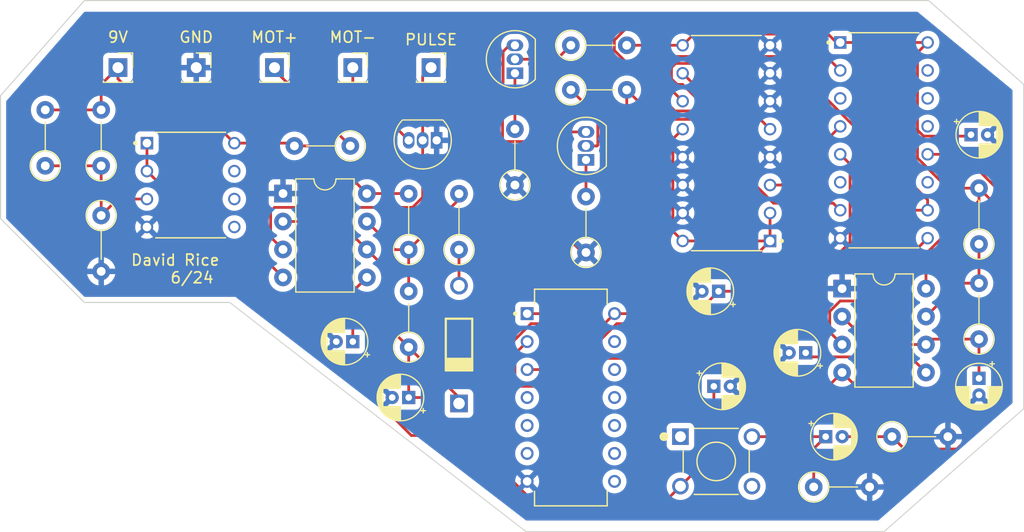
<source format=kicad_pcb>
(kicad_pcb (version 20221018) (generator pcbnew)
  (layers (0 "F.Cu" signal) (31 "B.Cu" signal) (34 "B.Paste" user) (35 "F.Paste" user) (36 "B.SilkS" user "B.Silkscreen") (37 "F.SilkS" user "F.Silkscreen") (38 "B.Mask" user) (39 "F.Mask" user) (44 "Edge.Cuts" user))
  (net 0 "")
  (net 1 "Net-(U1-CV)")
  (net 2 "GND")
  (net 3 "Net-(U1-THR)")
  (net 4 "Net-(C3-Pad1)")
  (net 5 "Net-(U5-CV)")
  (net 6 "Net-(Q1-C)")
  (net 7 "+5V")
  (net 8 "Net-(D1-PadA)")
  (net 9 "Net-(Q1-E)")
  (net 10 "Net-(Q1-B)")
  (net 11 "Net-(Q2-E)")
  (net 12 "Net-(Q2-B)")
  (net 13 "Net-(Q3-G)")
  (net 14 "Net-(Q3-D)")
  (net 15 "Net-(U1-DIS)")
  (net 16 "Net-(U5-DIS)")
  (net 17 "Net-(U2-Q1)")
  (net 18 "Net-(U2-Q2)")
  (net 19 "Net-(R12-Pad1)")
  (net 20 "+9V")
  (net 21 "Net-(U6-1IN+)")
  (net 25 "Net-(U2-D1)")
  (net 26 "Net-(U2-D2)")
  (net 28 "Net-(U2-Q3)")
  (net 45 "Net-(U1-Q)")
  (net 46 "Net-(U2-D3)")
  (footprint "Connector_PinSocket_2.54mm:PinSocket_1x01_P2.54mm_Vertical" (layer "F.Cu") (at 103.124 37.592)
    (fp_text reference "GND" (at 0 -2.77) (layer "F.SilkS"))
    (fp_text value "TestPoint" hide)
    (pad "1" thru_hole rect (at 0 0) (size 1.7 1.7) (drill 1) (layers "*.Cu" "*.Mask") (net 2 "GND"))
  )
  (footprint "CD4051BEE4:DIP794W45P254L1969H508Q16" (layer "F.Cu") (at 151.29 44.45 180)
    (fp_text reference "U4" hide)
    (fp_text value "CD4051BEE4" hide)
    (pad "1" thru_hole rect (at -3.97 -8.89 180) (size 1.13 1.13) (drill 0.78) (layers "*.Cu" "*.Mask") (net 7 "+5V"))
    (pad "2" thru_hole circle (at -3.97 -6.35 180) (size 1.13 1.13) (drill 0.78) (layers "*.Cu" "*.Mask") (net 7 "+5V"))
    (pad "3" thru_hole circle (at -3.97 -3.81 180) (size 1.13 1.13) (drill 0.78) (layers "*.Cu" "*.Mask") (net 25 "Net-(U2-D1)"))
    (pad "4" thru_hole circle (at -3.97 -1.27 180) (size 1.13 1.13) (drill 0.78) (layers "*.Cu" "*.Mask") (net 2 "GND"))
    (pad "5" thru_hole circle (at -3.97 1.27 180) (size 1.13 1.13) (drill 0.78) (layers "*.Cu" "*.Mask") (net 7 "+5V"))
    (pad "6" thru_hole circle (at -3.97 3.81 180) (size 1.13 1.13) (drill 0.78) (layers "*.Cu" "*.Mask") (net 2 "GND"))
    (pad "7" thru_hole circle (at -3.97 6.35 180) (size 1.13 1.13) (drill 0.78) (layers "*.Cu" "*.Mask") (net 2 "GND"))
    (pad "8" thru_hole circle (at -3.97 8.89 180) (size 1.13 1.13) (drill 0.78) (layers "*.Cu" "*.Mask") (net 2 "GND"))
    (pad "9" thru_hole circle (at 3.97 8.89 180) (size 1.13 1.13) (drill 0.78) (layers "*.Cu" "*.Mask") (net 17 "Net-(U2-Q1)"))
    (pad "10" thru_hole circle (at 3.97 6.35 180) (size 1.13 1.13) (drill 0.78) (layers "*.Cu" "*.Mask") (net 18 "Net-(U2-Q2)"))
    (pad "11" thru_hole circle (at 3.97 3.81 180) (size 1.13 1.13) (drill 0.78) (layers "*.Cu" "*.Mask") (net 28 "Net-(U2-Q3)"))
    (pad "12" thru_hole circle (at 3.97 1.27 180) (size 1.13 1.13) (drill 0.78) (layers "*.Cu" "*.Mask") (net 7 "+5V"))
    (pad "13" thru_hole circle (at 3.97 -1.27 180) (size 1.13 1.13) (drill 0.78) (layers "*.Cu" "*.Mask") (net 2 "GND"))
    (pad "14" thru_hole circle (at 3.97 -3.81 180) (size 1.13 1.13) (drill 0.78) (layers "*.Cu" "*.Mask") (net 2 "GND"))
    (pad "15" thru_hole circle (at 3.97 -6.35 180) (size 1.13 1.13) (drill 0.78) (layers "*.Cu" "*.Mask") (net 2 "GND"))
    (pad "16" thru_hole circle (at 3.97 -8.89 180) (size 1.13 1.13) (drill 0.78) (layers "*.Cu" "*.Mask") (net 7 "+5V"))
  )
  (footprint "Capacitor_THT:CP_Radial_D4.0mm_P1.50mm" (layer "F.Cu") (at 173.521401 43.688)
    (fp_text reference "C7" hide)
    (fp_text value "C_Polarized_US" hide)
    (pad "1" thru_hole rect (at 0 0) (size 1.2 1.2) (drill 0.6) (layers "*.Cu" "*.Mask") (net 7 "+5V"))
    (pad "2" thru_hole circle (at 1.5 0) (size 1.2 1.2) (drill 0.6) (layers "*.Cu" "*.Mask") (net 2 "GND"))
  )
  (footprint "FSM8JH:SW_FSM8JH" (layer "F.Cu") (at 150.368 73.37)
    (fp_text reference "S1" hide)
    (fp_text value "FSM8JH" hide)
    (pad "1" thru_hole rect (at -3.25 -2.25) (size 1.498 1.498) (drill 0.99) (layers "*.Cu" "*.Mask"))
    (pad "2" thru_hole circle (at -3.25 2.25) (size 1.498 1.498) (drill 0.99) (layers "*.Cu" "*.Mask") (net 7 "+5V"))
    (pad "3" thru_hole circle (at 3.25 -2.25) (size 1.498 1.498) (drill 0.99) (layers "*.Cu" "*.Mask") (net 4 "Net-(C3-Pad1)"))
    (pad "4" thru_hole circle (at 3.25 2.25) (size 1.498 1.498) (drill 0.99) (layers "*.Cu" "*.Mask"))
  )
  (footprint "Package_TO_SOT_THT:TO-92_Inline" (layer "F.Cu") (at 138.536 45.974 90)
    (fp_text reference "Q2" hide)
    (fp_text value "2N3904" hide)
    (pad "1" thru_hole rect (at 0 0 90) (size 1.05 1.5) (drill 0.75) (layers "*.Cu" "*.Mask") (net 11 "Net-(Q2-E)"))
    (pad "2" thru_hole oval (at 1.27 0 90) (size 1.05 1.5) (drill 0.75) (layers "*.Cu" "*.Mask") (net 12 "Net-(Q2-B)"))
    (pad "3" thru_hole oval (at 2.54 0 90) (size 1.05 1.5) (drill 0.75) (layers "*.Cu" "*.Mask") (net 6 "Net-(Q1-C)"))
  )
  (footprint "Capacitor_THT:CP_Radial_D4.0mm_P1.50mm" (layer "F.Cu") (at 158.496 63.5 180)
    (fp_text reference "C1" hide)
    (fp_text value "C_Polarized_US" hide)
    (pad "1" thru_hole rect (at 0 0 180) (size 1.2 1.2) (drill 0.6) (layers "*.Cu" "*.Mask") (net 1 "Net-(U1-CV)"))
    (pad "2" thru_hole circle (at 1.5 0 180) (size 1.2 1.2) (drill 0.6) (layers "*.Cu" "*.Mask") (net 2 "GND"))
  )
  (footprint "Capacitor_THT:CP_Radial_D4.0mm_P1.50mm" (layer "F.Cu") (at 122.428 67.564 180)
    (fp_text reference "C5" hide)
    (fp_text value "C_Polarized_US" hide)
    (pad "1" thru_hole rect (at 0 0 180) (size 1.2 1.2) (drill 0.6) (layers "*.Cu" "*.Mask") (net 6 "Net-(Q1-C)"))
    (pad "2" thru_hole circle (at 1.5 0 180) (size 1.2 1.2) (drill 0.6) (layers "*.Cu" "*.Mask") (net 2 "GND"))
  )
  (footprint "Capacitor_THT:CP_Radial_D4.0mm_P1.50mm" (layer "F.Cu") (at 117.348 62.484 180)
    (fp_text reference "C4" hide)
    (fp_text value "C_Polarized_US" hide)
    (pad "1" thru_hole rect (at 0 0 180) (size 1.2 1.2) (drill 0.6) (layers "*.Cu" "*.Mask") (net 5 "Net-(U5-CV)"))
    (pad "2" thru_hole circle (at 1.5 0 180) (size 1.2 1.2) (drill 0.6) (layers "*.Cu" "*.Mask") (net 2 "GND"))
  )
  (footprint "Resistor_THT:R_Axial_DIN0207_L6.3mm_D2.5mm_P5.08mm_Vertical" (layer "F.Cu") (at 94.488 51.025 -90)
    (fp_text reference "R15" hide)
    (fp_text value "R" hide)
    (pad "1" thru_hole circle (at 0 0 270) (size 1.6 1.6) (drill 0.8) (layers "*.Cu" "*.Mask") (net 21 "Net-(U6-1IN+)"))
    (pad "2" thru_hole oval (at 5.08 0 270) (size 1.6 1.6) (drill 0.8) (layers "*.Cu" "*.Mask") (net 2 "GND"))
  )
  (footprint "Resistor_THT:R_Axial_DIN0207_L6.3mm_D2.5mm_P5.08mm_Vertical" (layer "F.Cu") (at 122.428 54.131 90)
    (fp_text reference "R5" hide)
    (fp_text value "R" hide)
    (pad "1" thru_hole circle (at 0 0 90) (size 1.6 1.6) (drill 0.8) (layers "*.Cu" "*.Mask") (net 16 "Net-(U5-DIS)"))
    (pad "2" thru_hole oval (at 5.08 0 90) (size 1.6 1.6) (drill 0.8) (layers "*.Cu" "*.Mask") (net 20 "+9V"))
  )
  (footprint "Package_TO_SOT_THT:TO-92_Inline" (layer "F.Cu") (at 124.968 44.196 180)
    (fp_text reference "Q3" hide)
    (fp_text value "2N7000" hide)
    (pad "1" thru_hole rect (at 0 0 180) (size 1.05 1.5) (drill 0.75) (layers "*.Cu" "*.Mask") (net 2 "GND"))
    (pad "2" thru_hole oval (at 1.27 0 180) (size 1.05 1.5) (drill 0.75) (layers "*.Cu" "*.Mask") (net 13 "Net-(Q3-G)"))
    (pad "3" thru_hole oval (at 2.54 0 180) (size 1.05 1.5) (drill 0.75) (layers "*.Cu" "*.Mask") (net 14 "Net-(Q3-D)"))
  )
  (footprint "Package_DIP:DIP-8_W7.62mm" (layer "F.Cu") (at 111.008 49.032)
    (fp_text reference "U5" hide)
    (fp_text value "SA555P" hide)
    (pad "1" thru_hole rect (at 0 0) (size 1.6 1.6) (drill 0.8) (layers "*.Cu" "*.Mask") (net 2 "GND"))
    (pad "2" thru_hole oval (at 0 2.54) (size 1.6 1.6) (drill 0.8) (layers "*.Cu" "*.Mask") (net 6 "Net-(Q1-C)"))
    (pad "3" thru_hole oval (at 0 5.08) (size 1.6 1.6) (drill 0.8) (layers "*.Cu" "*.Mask") (net 13 "Net-(Q3-G)"))
    (pad "4" thru_hole oval (at 0 7.62) (size 1.6 1.6) (drill 0.8) (layers "*.Cu" "*.Mask") (net 20 "+9V"))
    (pad "5" thru_hole oval (at 7.62 7.62) (size 1.6 1.6) (drill 0.8) (layers "*.Cu" "*.Mask") (net 5 "Net-(U5-CV)"))
    (pad "6" thru_hole oval (at 7.62 5.08) (size 1.6 1.6) (drill 0.8) (layers "*.Cu" "*.Mask") (net 6 "Net-(Q1-C)"))
    (pad "7" thru_hole oval (at 7.62 2.54) (size 1.6 1.6) (drill 0.8) (layers "*.Cu" "*.Mask") (net 16 "Net-(U5-DIS)"))
    (pad "8" thru_hole oval (at 7.62 0) (size 1.6 1.6) (drill 0.8) (layers "*.Cu" "*.Mask") (net 20 "+9V"))
  )
  (footprint "Resistor_THT:R_Axial_DIN0207_L6.3mm_D2.5mm_P5.08mm_Vertical" (layer "F.Cu") (at 137.16 39.61)
    (fp_text reference "R10" hide)
    (fp_text value "R" hide)
    (pad "1" thru_hole circle (at 0 0) (size 1.6 1.6) (drill 0.8) (layers "*.Cu" "*.Mask") (net 12 "Net-(Q2-B)"))
    (pad "2" thru_hole oval (at 5.08 0) (size 1.6 1.6) (drill 0.8) (layers "*.Cu" "*.Mask") (net 18 "Net-(U2-Q2)"))
  )
  (footprint "Connector_PinSocket_2.54mm:PinSocket_1x01_P2.54mm_Vertical" (layer "F.Cu") (at 110.236 37.592)
    (fp_text reference "MOT+" (at 0 -2.77) (layer "F.SilkS"))
    (fp_text value "TestPoint" hide)
    (pad "1" thru_hole rect (at 0 0) (size 1.7 1.7) (drill 1) (layers "*.Cu" "*.Mask") (net 19 "Net-(R12-Pad1)"))
  )
  (footprint "Package_DIP:DIP-8_W7.62mm" (layer "F.Cu") (at 161.808 57.668)
    (fp_text reference "U1" hide)
    (fp_text value "SA555P" hide)
    (pad "1" thru_hole rect (at 0 0) (size 1.6 1.6) (drill 0.8) (layers "*.Cu" "*.Mask") (net 2 "GND"))
    (pad "2" thru_hole oval (at 0 2.54) (size 1.6 1.6) (drill 0.8) (layers "*.Cu" "*.Mask") (net 3 "Net-(U1-THR)"))
    (pad "3" thru_hole oval (at 0 5.08) (size 1.6 1.6) (drill 0.8) (layers "*.Cu" "*.Mask") (net 45 "Net-(U1-Q)"))
    (pad "4" thru_hole oval (at 0 7.62) (size 1.6 1.6) (drill 0.8) (layers "*.Cu" "*.Mask") (net 7 "+5V"))
    (pad "5" thru_hole oval (at 7.62 7.62) (size 1.6 1.6) (drill 0.8) (layers "*.Cu" "*.Mask") (net 1 "Net-(U1-CV)"))
    (pad "6" thru_hole oval (at 7.62 5.08) (size 1.6 1.6) (drill 0.8) (layers "*.Cu" "*.Mask") (net 3 "Net-(U1-THR)"))
    (pad "7" thru_hole oval (at 7.62 2.54) (size 1.6 1.6) (drill 0.8) (layers "*.Cu" "*.Mask") (net 15 "Net-(U1-DIS)"))
    (pad "8" thru_hole oval (at 7.62 0) (size 1.6 1.6) (drill 0.8) (layers "*.Cu" "*.Mask") (net 7 "+5V"))
  )
  (footprint "Resistor_THT:R_Axial_DIN0207_L6.3mm_D2.5mm_P5.08mm_Vertical" (layer "F.Cu") (at 174.244 62.259 90)
    (fp_text reference "R2" hide)
    (fp_text value "R" hide)
    (pad "1" thru_hole circle (at 0 0 90) (size 1.6 1.6) (drill 0.8) (layers "*.Cu" "*.Mask") (net 3 "Net-(U1-THR)"))
    (pad "2" thru_hole oval (at 5.08 0 90) (size 1.6 1.6) (drill 0.8) (layers "*.Cu" "*.Mask") (net 15 "Net-(U1-DIS)"))
  )
  (footprint "Resistor_THT:R_Axial_DIN0207_L6.3mm_D2.5mm_P5.08mm_Vertical" (layer "F.Cu") (at 159.229 75.692)
    (fp_text reference "R4" hide)
    (fp_text value "R" hide)
    (pad "1" thru_hole circle (at 0 0) (size 1.6 1.6) (drill 0.8) (layers "*.Cu" "*.Mask") (net 4 "Net-(C3-Pad1)"))
    (pad "2" thru_hole oval (at 5.08 0) (size 1.6 1.6) (drill 0.8) (layers "*.Cu" "*.Mask") (net 2 "GND"))
  )
  (footprint "Resistor_THT:R_Axial_DIN0207_L6.3mm_D2.5mm_P5.08mm_Vertical" (layer "F.Cu") (at 117.123 44.704 180)
    (fp_text reference "R12" hide)
    (fp_text value "R" hide)
    (pad "1" thru_hole circle (at 0 0 180) (size 1.6 1.6) (drill 0.8) (layers "*.Cu" "*.Mask") (net 19 "Net-(R12-Pad1)"))
    (pad "2" thru_hole oval (at 5.08 0 180) (size 1.6 1.6) (drill 0.8) (layers "*.Cu" "*.Mask") (net 20 "+9V"))
  )
  (footprint "Resistor_THT:R_Axial_DIN0207_L6.3mm_D2.5mm_P5.08mm_Vertical" (layer "F.Cu") (at 138.536 54.385 90)
    (fp_text reference "R8" hide)
    (fp_text value "R" hide)
    (pad "1" thru_hole circle (at 0 0 90) (size 1.6 1.6) (drill 0.8) (layers "*.Cu" "*.Mask") (net 2 "GND"))
    (pad "2" thru_hole oval (at 5.08 0 90) (size 1.6 1.6) (drill 0.8) (layers "*.Cu" "*.Mask") (net 11 "Net-(Q2-E)"))
  )
  (footprint "Connector_PinSocket_2.54mm:PinSocket_1x01_P2.54mm_Vertical" (layer "F.Cu") (at 117.348 37.592)
    (fp_text reference "MOT-" (at 0 -2.77) (layer "F.SilkS"))
    (fp_text value "TestPoint" hide)
    (pad "1" thru_hole rect (at 0 0) (size 1.7 1.7) (drill 1) (layers "*.Cu" "*.Mask") (net 14 "Net-(Q3-D)"))
  )
  (footprint "LM358PE3:DIP794W45P254L959H508Q8" (layer "F.Cu") (at 102.616 48.26)
    (fp_text reference "U6" hide)
    (fp_text value "LM358PE3" hide)
    (pad "1" thru_hole rect (at -3.97 -3.81) (size 1.13 1.13) (drill 0.78) (layers "*.Cu" "*.Mask") (net 7 "+5V"))
    (pad "2" thru_hole circle (at -3.97 -1.27) (size 1.13 1.13) (drill 0.78) (layers "*.Cu" "*.Mask") (net 7 "+5V"))
    (pad "3" thru_hole circle (at -3.97 1.27) (size 1.13 1.13) (drill 0.78) (layers "*.Cu" "*.Mask") (net 21 "Net-(U6-1IN+)"))
    (pad "4" thru_hole circle (at -3.97 3.81) (size 1.13 1.13) (drill 0.78) (layers "*.Cu" "*.Mask") (net 2 "GND"))
    (pad "5" thru_hole circle (at 3.97 3.81) (size 1.13 1.13) (drill 0.78) (layers "*.Cu" "*.Mask"))
    (pad "6" thru_hole circle (at 3.97 1.27) (size 1.13 1.13) (drill 0.78) (layers "*.Cu" "*.Mask"))
    (pad "7" thru_hole circle (at 3.97 -1.27) (size 1.13 1.13) (drill 0.78) (layers "*.Cu" "*.Mask"))
    (pad "8" thru_hole circle (at 3.97 -3.81) (size 1.13 1.13) (drill 0.78) (layers "*.Cu" "*.Mask") (net 20 "+9V"))
  )
  (footprint "Capacitor_THT:CP_Radial_D4.0mm_P1.50mm" (layer "F.Cu") (at 150.5826 57.912 180)
    (fp_text reference "C6" hide)
    (fp_text value "C_Polarized_US" hide)
    (pad "1" thru_hole rect (at 0 0 180) (size 1.2 1.2) (drill 0.6) (layers "*.Cu" "*.Mask") (net 7 "+5V"))
    (pad "2" thru_hole circle (at 1.5 0 180) (size 1.2 1.2) (drill 0.6) (layers "*.Cu" "*.Mask") (net 2 "GND"))
  )
  (footprint "Resistor_THT:R_Axial_DIN0207_L6.3mm_D2.5mm_P5.08mm_Vertical" (layer "F.Cu") (at 122.428 62.992 90)
    (fp_text reference "R6" hide)
    (fp_text value "R" hide)
    (pad "1" thru_hole circle (at 0 0 90) (size 1.6 1.6) (drill 0.8) (layers "*.Cu" "*.Mask") (net 6 "Net-(Q1-C)"))
    (pad "2" thru_hole oval (at 5.08 0 90) (size 1.6 1.6) (drill 0.8) (layers "*.Cu" "*.Mask") (net 16 "Net-(U5-DIS)"))
  )
  (footprint "Resistor_THT:R_Axial_DIN0207_L6.3mm_D2.5mm_P5.08mm_Vertical" (layer "F.Cu") (at 137.16 35.56)
    (fp_text reference "R9" hide)
    (fp_text value "R" hide)
    (pad "1" thru_hole circle (at 0 0) (size 1.6 1.6) (drill 0.8) (layers "*.Cu" "*.Mask") (net 10 "Net-(Q1-B)"))
    (pad "2" thru_hole oval (at 5.08 0) (size 1.6 1.6) (drill 0.8) (layers "*.Cu" "*.Mask") (net 17 "Net-(U2-Q1)"))
  )
  (footprint "IN4007:DIOAD1070W78L470D235P" (layer "F.Cu") (at 127 62.754 90)
    (fp_text reference "D1" hide)
    (fp_text value "IN4007" hide)
    (pad "A" thru_hole circle (at 5.35 0 90) (size 1.6 1.6) (drill 1.05) (layers "*.Cu" "*.Mask") (net 8 "Net-(D1-PadA)"))
    (pad "C" thru_hole rect (at -5.35 0 90) (size 1.6 1.6) (drill 1.05) (layers "*.Cu" "*.Mask") (net 6 "Net-(Q1-C)"))
  )
  (footprint "Package_TO_SOT_THT:TO-92_Inline" (layer "F.Cu") (at 132.08 38.1 90)
    (fp_text reference "Q1" hide)
    (fp_text value "2N3904" hide)
    (pad "1" thru_hole rect (at 0 0 90) (size 1.05 1.5) (drill 0.75) (layers "*.Cu" "*.Mask") (net 9 "Net-(Q1-E)"))
    (pad "2" thru_hole oval (at 1.27 0 90) (size 1.05 1.5) (drill 0.75) (layers "*.Cu" "*.Mask") (net 10 "Net-(Q1-B)"))
    (pad "3" thru_hole oval (at 2.54 0 90) (size 1.05 1.5) (drill 0.75) (layers "*.Cu" "*.Mask") (net 6 "Net-(Q1-C)"))
  )
  (footprint "Resistor_THT:R_Axial_DIN0207_L6.3mm_D2.5mm_P5.08mm_Vertical" (layer "F.Cu") (at 132.08 48.26 90)
    (fp_text reference "R7" hide)
    (fp_text value "R" hide)
    (pad "1" thru_hole circle (at 0 0 90) (size 1.6 1.6) (drill 0.8) (layers "*.Cu" "*.Mask") (net 2 "GND"))
    (pad "2" thru_hole oval (at 5.08 0 90) (size 1.6 1.6) (drill 0.8) (layers "*.Cu" "*.Mask") (net 9 "Net-(Q1-E)"))
  )
  (footprint "CD40175BE:DIP794W45P254L1969H508Q16" (layer "F.Cu") (at 165.608 44.196)
    (fp_text reference "U2" hide)
    (fp_text value "CD40175BE" hide)
    (pad "1" thru_hole rect (at -3.97 -8.89) (size 1.13 1.13) (drill 0.78) (layers "*.Cu" "*.Mask") (net 7 "+5V"))
    (pad "2" thru_hole circle (at -3.97 -6.35) (size 1.13 1.13) (drill 0.78) (layers "*.Cu" "*.Mask") (net 17 "Net-(U2-Q1)"))
    (pad "3" thru_hole circle (at -3.97 -3.81) (size 1.13 1.13) (drill 0.78) (layers "*.Cu" "*.Mask"))
    (pad "4" thru_hole circle (at -3.97 -1.27) (size 1.13 1.13) (drill 0.78) (layers "*.Cu" "*.Mask") (net 25 "Net-(U2-D1)"))
    (pad "5" thru_hole circle (at -3.97 1.27) (size 1.13 1.13) (drill 0.78) (layers "*.Cu" "*.Mask") (net 26 "Net-(U2-D2)"))
    (pad "6" thru_hole circle (at -3.97 3.81) (size 1.13 1.13) (drill 0.78) (layers "*.Cu" "*.Mask"))
    (pad "7" thru_hole circle (at -3.97 6.35) (size 1.13 1.13) (drill 0.78) (layers "*.Cu" "*.Mask") (net 18 "Net-(U2-Q2)"))
    (pad "8" thru_hole circle (at -3.97 8.89) (size 1.13 1.13) (drill 0.78) (layers "*.Cu" "*.Mask") (net 2 "GND"))
    (pad "9" thru_hole circle (at 3.97 8.89) (size 1.13 1.13) (drill 0.78) (layers "*.Cu" "*.Mask") (net 45 "Net-(U1-Q)"))
    (pad "10" thru_hole circle (at 3.97 6.35) (size 1.13 1.13) (drill 0.78) (layers "*.Cu" "*.Mask") (net 28 "Net-(U2-Q3)"))
    (pad "11" thru_hole circle (at 3.97 3.81) (size 1.13 1.13) (drill 0.78) (layers "*.Cu" "*.Mask"))
    (pad "12" thru_hole circle (at 3.97 1.27) (size 1.13 1.13) (drill 0.78) (layers "*.Cu" "*.Mask") (net 46 "Net-(U2-D3)"))
    (pad "13" thru_hole circle (at 3.97 -1.27) (size 1.13 1.13) (drill 0.78) (layers "*.Cu" "*.Mask"))
    (pad "14" thru_hole circle (at 3.97 -3.81) (size 1.13 1.13) (drill 0.78) (layers "*.Cu" "*.Mask"))
    (pad "15" thru_hole circle (at 3.97 -6.35) (size 1.13 1.13) (drill 0.78) (layers "*.Cu" "*.Mask"))
    (pad "16" thru_hole circle (at 3.97 -8.89) (size 1.13 1.13) (drill 0.78) (layers "*.Cu" "*.Mask") (net 7 "+5V"))
  )
  (footprint "Capacitor_THT:CP_Radial_D4.0mm_P1.50mm" (layer "F.Cu") (at 174.244 65.825401 -90)
    (fp_text reference "C2" hide)
    (fp_text value "C_Polarized_US" hide)
    (pad "1" thru_hole rect (at 0 0 270) (size 1.2 1.2) (drill 0.6) (layers "*.Cu" "*.Mask") (net 3 "Net-(U1-THR)"))
    (pad "2" thru_hole circle (at 1.5 0 270) (size 1.2 1.2) (drill 0.6) (layers "*.Cu" "*.Mask") (net 2 "GND"))
  )
  (footprint "Connector_PinSocket_2.54mm:PinSocket_1x01_P2.54mm_Vertical" (layer "F.Cu") (at 96.012 37.592)
    (fp_text reference "9V" (at 0 -2.77) (layer "F.SilkS"))
    (fp_text value "TestPoint" hide)
    (pad "1" thru_hole rect (at 0 0) (size 1.7 1.7) (drill 1) (layers "*.Cu" "*.Mask") (net 20 "+9V"))
  )
  (footprint "Resistor_THT:R_Axial_DIN0207_L6.3mm_D2.5mm_P5.08mm_Vertical" (layer "F.Cu") (at 166.341 71.12)
    (fp_text reference "R3" hide)
    (fp_text value "R" hide)
    (pad "1" thru_hole circle (at 0 0) (size 1.6 1.6) (drill 0.8) (layers "*.Cu" "*.Mask") (net 46 "Net-(U2-D3)"))
    (pad "2" thru_hole oval (at 5.08 0) (size 1.6 1.6) (drill 0.8) (layers "*.Cu" "*.Mask") (net 2 "GND"))
  )
  (footprint "Capacitor_THT:CP_Radial_D4.0mm_P1.50mm" (layer "F.Cu") (at 150.153401 66.548)
    (fp_text reference "C8" hide)
    (fp_text value "C_Polarized_US" hide)
    (pad "1" thru_hole rect (at 0 0) (size 1.2 1.2) (drill 0.6) (layers "*.Cu" "*.Mask") (net 7 "+5V"))
    (pad "2" thru_hole circle (at 1.5 0) (size 1.2 1.2) (drill 0.6) (layers "*.Cu" "*.Mask") (net 2 "GND"))
  )
  (footprint "Resistor_THT:R_Axial_DIN0207_L6.3mm_D2.5mm_P5.08mm_Vertical" (layer "F.Cu") (at 94.488 46.511 90)
    (fp_text reference "R14" hide)
    (fp_text value "R" hide)
    (pad "1" thru_hole circle (at 0 0 90) (size 1.6 1.6) (drill 0.8) (layers "*.Cu" "*.Mask") (net 21 "Net-(U6-1IN+)"))
    (pad "2" thru_hole oval (at 5.08 0 90) (size 1.6 1.6) (drill 0.8) (layers "*.Cu" "*.Mask") (net 20 "+9V"))
  )
  (footprint "Resistor_THT:R_Axial_DIN0207_L6.3mm_D2.5mm_P5.08mm_Vertical" (layer "F.Cu") (at 174.244 53.623 90)
    (fp_text reference "R1" hide)
    (fp_text value "R" hide)
    (pad "1" thru_hole circle (at 0 0 90) (size 1.6 1.6) (drill 0.8) (layers "*.Cu" "*.Mask") (net 15 "Net-(U1-DIS)"))
    (pad "2" thru_hole oval (at 5.08 0 90) (size 1.6 1.6) (drill 0.8) (layers "*.Cu" "*.Mask") (net 7 "+5V"))
  )
  (footprint "Capacitor_THT:CP_Radial_D4.0mm_P1.50mm" (layer "F.Cu") (at 160.313401 71.12)
    (fp_text reference "C3" hide)
    (fp_text value "C_Polarized_US" hide)
    (pad "1" thru_hole rect (at 0 0) (size 1.2 1.2) (drill 0.6) (layers "*.Cu" "*.Mask") (net 4 "Net-(C3-Pad1)"))
    (pad "2" thru_hole circle (at 1.5 0) (size 1.2 1.2) (drill 0.6) (layers "*.Cu" "*.Mask") (net 46 "Net-(U2-D3)"))
  )
  (footprint "CD4070BEE4:DIP794W45P254L1969H508Q14" (layer "F.Cu") (at 137.16 67.564)
    (fp_text reference "U3" hide)
    (fp_text value "CD4070BEE4" hide)
    (pad "1" thru_hole rect (at -3.97 -7.62) (size 1.17 1.17) (drill 0.77) (layers "*.Cu" "*.Mask") (net 18 "Net-(U2-Q2)"))
    (pad "2" thru_hole circle (at -3.97 -5.08) (size 1.17 1.17) (drill 0.77) (layers "*.Cu" "*.Mask") (net 28 "Net-(U2-Q3)"))
    (pad "3" thru_hole circle (at -3.97 -2.54) (size 1.17 1.17) (drill 0.77) (layers "*.Cu" "*.Mask") (net 26 "Net-(U2-D2)"))
    (pad "4" thru_hole circle (at -3.97 0) (size 1.17 1.17) (drill 0.77) (layers "*.Cu" "*.Mask"))
    (pad "5" thru_hole circle (at -3.97 2.54) (size 1.17 1.17) (drill 0.77) (layers "*.Cu" "*.Mask"))
    (pad "6" thru_hole circle (at -3.97 5.08) (size 1.17 1.17) (drill 0.77) (layers "*.Cu" "*.Mask"))
    (pad "7" thru_hole circle (at -3.97 7.62) (size 1.17 1.17) (drill 0.77) (layers "*.Cu" "*.Mask") (net 2 "GND"))
    (pad "8" thru_hole circle (at 3.97 7.62) (size 1.17 1.17) (drill 0.77) (layers "*.Cu" "*.Mask"))
    (pad "9" thru_hole circle (at 3.97 5.08) (size 1.17 1.17) (drill 0.77) (layers "*.Cu" "*.Mask"))
    (pad "10" thru_hole circle (at 3.97 2.54) (size 1.17 1.17) (drill 0.77) (layers "*.Cu" "*.Mask"))
    (pad "11" thru_hole circle (at 3.97 0) (size 1.17 1.17) (drill 0.77) (layers "*.Cu" "*.Mask"))
    (pad "12" thru_hole circle (at 3.97 -2.54) (size 1.17 1.17) (drill 0.77) (layers "*.Cu" "*.Mask"))
    (pad "13" thru_hole circle (at 3.97 -5.08) (size 1.17 1.17) (drill 0.77) (layers "*.Cu" "*.Mask"))
    (pad "14" thru_hole circle (at 3.97 -7.62) (size 1.17 1.17) (drill 0.77) (layers "*.Cu" "*.Mask") (net 7 "+5V"))
  )
  (footprint "Resistor_THT:R_Axial_DIN0207_L6.3mm_D2.5mm_P5.08mm_Vertical" (layer "F.Cu") (at 89.408 46.511 90)
    (fp_text reference "R13" hide)
    (fp_text value "R" hide)
    (pad "1" thru_hole circle (at 0 0 90) (size 1.6 1.6) (drill 0.8) (layers "*.Cu" "*.Mask") (net 21 "Net-(U6-1IN+)"))
    (pad "2" thru_hole oval (at 5.08 0 90) (size 1.6 1.6) (drill 0.8) (layers "*.Cu" "*.Mask") (net 20 "+9V"))
  )
  (footprint "Resistor_THT:R_Axial_DIN0207_L6.3mm_D2.5mm_P5.08mm_Vertical" (layer "F.Cu") (at 127 54.131 90)
    (fp_text reference "R11" hide)
    (fp_text value "R" hide)
    (pad "1" thru_hole circle (at 0 0 90) (size 1.6 1.6) (drill 0.8) (layers "*.Cu" "*.Mask") (net 8 "Net-(D1-PadA)"))
    (pad "2" thru_hole oval (at 5.08 0 90) (size 1.6 1.6) (drill 0.8) (layers "*.Cu" "*.Mask") (net 16 "Net-(U5-DIS)"))
  )
  (footprint "Connector_PinSocket_2.54mm:PinSocket_1x01_P2.54mm_Vertical" (layer "F.Cu") (at 124.46 37.592)
    (fp_text reference "TP5" hide)
    (fp_text value "TestPoint" hide)
    (pad "1" thru_hole rect (at 0 0) (size 1.7 1.7) (drill 1) (layers "*.Cu" "*.Mask") (net 13 "Net-(Q3-G)"))
  )
  (gr_poly (pts (xy 85.344 51.308) (xy 92.964 58.928) (xy 106.172 58.928) (xy 133.096 79.756) (xy 165.608 79.756) (xy 178.308 68.58) (xy 178.308 39.116) (xy 169.672 31.496) (xy 92.964 31.496) (xy 85.344 40.132)) (stroke (width 0.1)) (fill none) (layer "Edge.Cuts"))
  (gr_text "PULSE" (at 124.46 35.052) (layer "F.SilkS") (effects (font (size 1 1))))
  (gr_text "David Rice \n   6/24" (at 101.6 55.88) (layer "F.SilkS") (effects (font (size 1 1))))
  (segment (start 168.013 63.873) (end 158.869 63.873) (width 0.25) (layer "F.Cu") (net 1))
  (segment (start 169.428 65.288) (end 168.013 63.873) (width 0.25) (layer "F.Cu") (net 1))
  (segment (start 158.869 63.873) (end 158.496 63.5) (width 0.25) (layer "F.Cu") (net 1))
  (segment (start 132.08 48.26) (end 138.205 54.385) (width 0.25) (layer "F.Cu") (net 2))
  (segment (start 138.205 54.385) (end 138.536 54.385) (width 0.25) (layer "F.Cu") (net 2))
  (segment (start 169.917 62.259) (end 169.428 62.748) (width 0.25) (layer "F.Cu") (net 3))
  (segment (start 174.244 65.825401) (end 174.244 62.259) (width 0.25) (layer "F.Cu") (net 3))
  (segment (start 169.428 62.748) (end 164.348 62.748) (width 0.25) (layer "F.Cu") (net 3))
  (segment (start 164.348 62.748) (end 161.808 60.208) (width 0.25) (layer "F.Cu") (net 3))
  (segment (start 174.244 62.259) (end 169.917 62.259) (width 0.25) (layer "F.Cu") (net 3))
  (segment (start 160.313401 71.12) (end 153.618 71.12) (width 0.25) (layer "F.Cu") (net 4))
  (segment (start 159.229 75.692) (end 159.229 72.204401) (width 0.25) (layer "F.Cu") (net 4))
  (segment (start 159.229 72.204401) (end 160.313401 71.12) (width 0.25) (layer "F.Cu") (net 4))
  (segment (start 117.348 62.484) (end 117.348 57.932) (width 0.25) (layer "F.Cu") (net 5))
  (segment (start 117.348 57.932) (end 118.628 56.652) (width 0.25) (layer "F.Cu") (net 5))
  (segment (start 130.955 39) (end 130.955 44.087) (width 0.25) (layer "F.Cu") (net 6))
  (segment (start 130.955 44.087) (end 131.173 44.305) (width 0.25) (layer "F.Cu") (net 6))
  (segment (start 131.005 38.95) (end 130.955 39) (width 0.25) (layer "F.Cu") (net 6))
  (segment (start 138.536 43.434) (end 135.489 43.434) (width 0.25) (layer "F.Cu") (net 6))
  (segment (start 129.032 46.01) (end 130.955 44.087) (width 0.25) (layer "F.Cu") (net 6))
  (segment (start 128.524 69.596) (end 129.032 69.088) (width 0.25) (layer "F.Cu") (net 6))
  (segment (start 131.005 38.95) (end 131.005 36.127) (width 0.25) (layer "F.Cu") (net 6))
  (segment (start 120.218991 60.782991) (end 122.428 62.992) (width 0.25) (layer "F.Cu") (net 6))
  (segment (start 131.572 35.56) (end 132.08 35.56) (width 0.25) (layer "F.Cu") (net 6))
  (segment (start 116.088 51.572) (end 118.628 54.112) (width 0.25) (layer "F.Cu") (net 6))
  (segment (start 127 67.564) (end 127 68.104) (width 0.25) (layer "F.Cu") (net 6))
  (segment (start 129.032 69.088) (end 129.032 46.01) (width 0.25) (layer "F.Cu") (net 6))
  (segment (start 122.428 62.992) (end 127 67.564) (width 0.25) (layer "F.Cu") (net 6))
  (segment (start 125.476 68.072) (end 125.476 69.596) (width 0.25) (layer "F.Cu") (net 6))
  (segment (start 124.968 67.564) (end 125.476 68.072) (width 0.25) (layer "F.Cu") (net 6))
  (segment (start 120.218991 55.702991) (end 120.218991 60.782991) (width 0.25) (layer "F.Cu") (net 6))
  (segment (start 131.173 44.305) (end 134.618 44.305) (width 0.25) (layer "F.Cu") (net 6))
  (segment (start 122.428 67.564) (end 124.968 67.564) (width 0.25) (layer "F.Cu") (net 6))
  (segment (start 131.005 36.127) (end 131.572 35.56) (width 0.25) (layer "F.Cu") (net 6))
  (segment (start 111.008 51.572) (end 116.088 51.572) (width 0.25) (layer "F.Cu") (net 6))
  (segment (start 122.428 62.992) (end 122.428 67.564) (width 0.25) (layer "F.Cu") (net 6))
  (segment (start 125.476 69.596) (end 128.524 69.596) (width 0.25) (layer "F.Cu") (net 6))
  (segment (start 118.628 54.112) (end 120.218991 55.702991) (width 0.25) (layer "F.Cu") (net 6))
  (segment (start 134.618 44.305) (end 135.489 43.434) (width 0.25) (layer "F.Cu") (net 6))
  (segment (start 98.646 46.99) (end 98.646 44.45) (width 0.25) (layer "F.Cu") (net 7))
  (segment (start 176.276 50.575) (end 176.276 67.564) (width 0.25) (layer "F.Cu") (net 7))
  (segment (start 154.432 57.404) (end 154.432 54.168) (width 0.25) (layer "F.Cu") (net 7))
  (segment (start 140.22 60.854) (end 141.13 59.944) (width 0.25) (layer "F.Cu") (net 7))
  (segment (start 146.304 37.592) (end 146.304 38.608) (width 0.25) (layer "F.Cu") (net 7))
  (segment (start 146.304 38.608) (end 146.812 39.116) (width 0.25) (layer "F.Cu") (net 7))
  (segment (start 149.352 41.148) (end 148.97 41.53) (width 0.25) (layer "F.Cu") (net 7))
  (segment (start 149.29 37.21) (end 146.686 37.21) (width 0.25) (layer "F.Cu") (net 7))
  (segment (start 166.116 69.596) (end 161.808 65.288) (width 0.25) (layer "F.Cu") (net 7))
  (segment (start 146.812 39.116) (end 147.32 39.116) (width 0.25) (layer "F.Cu") (net 7))
  (segment (start 141.13 59.944) (end 148.5506 59.944) (width 0.25) (layer "F.Cu") (net 7))
  (segment (start 147.32 53.754) (end 147.32 53.34) (width 0.25) (layer "F.Cu") (net 7))
  (segment (start 169.209349 43.816) (end 168.656 43.262651) (width 0.25) (layer "F.Cu") (net 7))
  (segment (start 133.533065 60.854) (end 140.22 60.854) (width 0.25) (layer "F.Cu") (net 7))
  (segment (start 147.118 75.62) (end 146.03 76.708) (width 0.25) (layer "F.Cu") (net 7))
  (segment (start 146.43 44.07) (end 146.43 52.45) (width 0.25) (layer "F.Cu") (net 7))
  (segment (start 155.26 43.18) (end 149.29 37.21) (width 0.25) (layer "F.Cu") (net 7))
  (segment (start 148.97 41.53) (end 146.619009 41.53) (width 0.25) (layer "F.Cu") (net 7))
  (segment (start 174.244 48.543) (end 176.276 50.575) (width 0.25) (layer "F.Cu") (net 7))
  (segment (start 154.432 57.404) (end 153.924 57.912) (width 0.25) (layer "F.Cu") (net 7))
  (segment (start 150.153401 68.072) (end 150.153401 66.548) (width 0.25) (layer "F.Cu") (net 7))
  (segment (start 171.396349 48.543) (end 168.656 45.802651) (width 0.25) (layer "F.Cu") (net 7))
  (segment (start 147.32 43.18) (end 146.43 44.07) (width 0.25) (layer "F.Cu") (net 7))
  (segment (start 127.742396 71.014) (end 131.122 67.634396) (width 0.25) (layer "F.Cu") (net 7))
  (segment (start 98.646 46.99) (end 122.67 71.014) (width 0.25) (layer "F.Cu") (net 7))
  (segment (start 154.432 54.168) (end 155.26 53.34) (width 0.25) (layer "F.Cu") (net 7))
  (segment (start 127.742396 71.023331) (end 127.742396 71.014) (width 0.25) (layer "F.Cu") (net 7))
  (segment (start 150.153401 72.584599) (end 150.153401 68.072) (width 0.25) (layer "F.Cu") (net 7))
  (segment (start 147.32 39.116) (end 149.352 41.148) (width 0.25) (layer "F.Cu") (net 7))
  (segment (start 142.173009 34.036) (end 160.02 34.036) (width 0.25) (layer "F.Cu") (net 7))
  (segment (start 148.5506 59.944) (end 150.5826 57.912) (width 0.25) (layer "F.Cu") (net 7))
  (segment (start 161.638 35.306) (end 169.578 35.306) (width 0.25) (layer "F.Cu") (net 7))
  (segment (start 161.808 65.288) (end 159.024 68.072) (width 0.25) (layer "F.Cu") (net 7))
  (segment (start 133.427065 76.708) (end 127.742396 71.023331) (width 0.25) (layer "F.Cu") (net 7))
  (segment (start 146.43 52.45) (end 147.32 53.34) (width 0.25) (layer "F.Cu") (net 7))
  (segment (start 174.244 49.678651) (end 169.428 54.494651) (width 0.25) (layer "F.Cu") (net 7))
  (segment (start 146.03 76.708) (end 133.427065 76.708) (width 0.25) (layer "F.Cu") (net 7))
  (segment (start 122.67 71.014) (end 127.742396 71.014) (width 0.25) (layer "F.Cu") (net 7))
  (segment (start 168.656 43.262651) (end 168.656 43.18) (width 0.25) (layer "F.Cu") (net 7))
  (segment (start 153.924 57.912) (end 150.5826 57.912) (width 0.25) (layer "F.Cu") (net 7))
  (segment (start 161.29 35.306) (end 161.638 35.306) (width 0.25) (layer "F.Cu") (net 7))
  (segment (start 174.244 48.543) (end 174.244 49.678651) (width 0.25) (layer "F.Cu") (net 7))
  (segment (start 159.024 68.072) (end 150.153401 68.072) (width 0.25) (layer "F.Cu") (net 7))
  (segment (start 141.115 36.025991) (end 141.115 35.094009) (width 0.25) (layer "F.Cu") (net 7))
  (segment (start 131.122 67.634396) (end 131.122 63.265065) (width 0.25) (layer "F.Cu") (net 7))
  (segment (start 146.619009 41.53) (end 141.115 36.025991) (width 0.25) (layer "F.Cu") (net 7))
  (segment (start 174.244 69.596) (end 166.116 69.596) (width 0.25) (layer "F.Cu") (net 7))
  (segment (start 176.276 67.564) (end 174.244 69.596) (width 0.25) (layer "F.Cu") (net 7))
  (segment (start 155.26 53.34) (end 155.26 50.8) (width 0.25) (layer "F.Cu") (net 7))
  (segment (start 174.244 48.543) (end 171.396349 48.543) (width 0.25) (layer "F.Cu") (net 7))
  (segment (start 147.32 53.34) (end 155.26 53.34) (width 0.25) (layer "F.Cu") (net 7))
  (segment (start 168.656 36.228) (end 169.578 35.306) (width 0.25) (layer "F.Cu") (net 7))
  (segment (start 173.521401 43.688) (end 173.393401 43.816) (width 0.25) (layer "F.Cu") (net 7))
  (segment (start 147.118 75.62) (end 150.153401 72.584599) (width 0.25) (layer "F.Cu") (net 7))
  (segment (start 168.656 43.18) (end 168.656 36.228) (width 0.25) (layer "F.Cu") (net 7))
  (segment (start 169.428 54.494651) (end 169.428 57.668) (width 0.25) (layer "F.Cu") (net 7))
  (segment (start 173.393401 43.816) (end 169.209349 43.816) (width 0.25) (layer "F.Cu") (net 7))
  (segment (start 141.115 35.094009) (end 142.173009 34.036) (width 0.25) (layer "F.Cu") (net 7))
  (segment (start 168.656 45.802651) (end 168.656 43.18) (width 0.25) (layer "F.Cu") (net 7))
  (segment (start 146.686 37.21) (end 146.304 37.592) (width 0.25) (layer "F.Cu") (net 7))
  (segment (start 131.122 63.265065) (end 133.533065 60.854) (width 0.25) (layer "F.Cu") (net 7))
  (segment (start 160.02 34.036) (end 161.29 35.306) (width 0.25) (layer "F.Cu") (net 7))
  (segment (start 127 57.404) (end 127 54.131) (width 0.25) (layer "F.Cu") (net 8))
  (segment (start 132.08 43.18) (end 132.08 38.1) (width 0.25) (layer "F.Cu") (net 9))
  (segment (start 135.89 36.83) (end 137.16 35.56) (width 0.25) (layer "F.Cu") (net 10))
  (segment (start 132.08 36.83) (end 135.89 36.83) (width 0.25) (layer "F.Cu") (net 10))
  (segment (start 138.536 49.305) (end 138.536 45.974) (width 0.25) (layer "F.Cu") (net 11))
  (segment (start 139.611 44.629) (end 139.611 42.061) (width 0.25) (layer "F.Cu") (net 12))
  (segment (start 139.611 42.061) (end 137.16 39.61) (width 0.25) (layer "F.Cu") (net 12))
  (segment (start 139.536 44.704) (end 139.611 44.629) (width 0.25) (layer "F.Cu") (net 12))
  (segment (start 138.536 44.704) (end 139.536 44.704) (width 0.25) (layer "F.Cu") (net 12))
  (segment (start 109.883 50.645) (end 110.236 50.292) (width 0.25) (layer "F.Cu") (net 13))
  (segment (start 122.777991 50.292) (end 123.698 49.371991) (width 0.25) (layer "F.Cu") (net 13))
  (segment (start 123.698 38.354) (end 124.46 37.592) (width 0.25) (layer "F.Cu") (net 13))
  (segment (start 123.698 44.196) (end 123.698 38.354) (width 0.25) (layer "F.Cu") (net 13))
  (segment (start 109.883 52.987) (end 109.883 50.645) (width 0.25) (layer "F.Cu") (net 13))
  (segment (start 111.008 54.112) (end 109.883 52.987) (width 0.25) (layer "F.Cu") (net 13))
  (segment (start 110.236 50.292) (end 122.777991 50.292) (width 0.25) (layer "F.Cu") (net 13))
  (segment (start 123.698 49.371991) (end 123.698 44.196) (width 0.25) (layer "F.Cu") (net 13))
  (segment (start 117.348 39.116) (end 122.428 44.196) (width 0.25) (layer "F.Cu") (net 14))
  (segment (start 117.348 37.592) (end 117.348 39.116) (width 0.25) (layer "F.Cu") (net 14))
  (segment (start 174.244 57.179) (end 172.457 57.179) (width 0.25) (layer "F.Cu") (net 15))
  (segment (start 172.457 57.179) (end 169.428 60.208) (width 0.25) (layer "F.Cu") (net 15))
  (segment (start 174.244 53.623) (end 174.244 57.179) (width 0.25) (layer "F.Cu") (net 15))
  (segment (start 127 49.559) (end 127 49.051) (width 0.25) (layer "F.Cu") (net 16))
  (segment (start 122.428 54.131) (end 127 49.559) (width 0.25) (layer "F.Cu") (net 16))
  (segment (start 121.187 54.131) (end 118.628 51.572) (width 0.25) (layer "F.Cu") (net 16))
  (segment (start 122.428 57.912) (end 122.428 54.131) (width 0.25) (layer "F.Cu") (net 16))
  (segment (start 122.428 54.131) (end 121.187 54.131) (width 0.25) (layer "F.Cu") (net 16))
  (segment (start 161.638 37.846) (end 158.336 34.544) (width 0.25) (layer "F.Cu") (net 17))
  (segment (start 158.336 34.544) (end 148.336 34.544) (width 0.25) (layer "F.Cu") (net 17))
  (segment (start 148.336 34.544) (end 147.32 35.56) (width 0.25) (layer "F.Cu") (net 17))
  (segment (start 147.32 35.56) (end 142.24 35.56) (width 0.25) (layer "F.Cu") (net 17))
  (segment (start 143.89 42.29) (end 150.242 42.29) (width 0.25) (layer "F.Cu") (net 18))
  (segment (start 133.19 59.944) (end 137.16 59.944) (width 0.25) (layer "F.Cu") (net 18))
  (segment (start 137.16 59.944) (end 142.24 54.864) (width 0.25) (layer "F.Cu") (net 18))
  (segment (start 161.638 50.546) (end 161.002 49.91) (width 0.25) (layer "F.Cu") (net 18))
  (segment (start 143.764 41.134) (end 143.764 42.164) (width 0.25) (layer "F.Cu") (net 18))
  (segment (start 150.368 42.164) (end 150.368 41.148) (width 0.25) (layer "F.Cu") (net 18))
  (segment (start 150.368 41.148) (end 147.32 38.1) (width 0.25) (layer "F.Cu") (net 18))
  (segment (start 150.368 44.704) (end 150.368 42.164) (width 0.25) (layer "F.Cu") (net 18))
  (segment (start 150.242 42.29) (end 150.368 42.164) (width 0.25) (layer "F.Cu") (net 18))
  (segment (start 143.764 42.164) (end 143.89 42.29) (width 0.25) (layer "F.Cu") (net 18))
  (segment (start 161.002 49.91) (end 155.574 49.91) (width 0.25) (layer "F.Cu") (net 18))
  (segment (start 142.24 54.864) (end 142.24 39.61) (width 0.25) (layer "F.Cu") (net 18))
  (segment (start 142.24 39.61) (end 143.764 41.134) (width 0.25) (layer "F.Cu") (net 18))
  (segment (start 155.574 49.91) (end 150.368 44.704) (width 0.25) (layer "F.Cu") (net 18))
  (segment (start 110.236 37.817) (end 110.236 37.592) (width 0.25) (layer "F.Cu") (net 19))
  (segment (start 117.123 44.704) (end 110.236 37.817) (width 0.25) (layer "F.Cu") (net 19))
  (segment (start 108.712 54.356) (end 108.712 44.45) (width 0.25) (layer "F.Cu") (net 20))
  (segment (start 94.488 41.431) (end 94.488 39.116) (width 0.25) (layer "F.Cu") (net 20))
  (segment (start 102.268 40.132) (end 97.536 40.132) (width 0.25) (layer "F.Cu") (net 20))
  (segment (start 112.043 44.704) (end 114.3 44.704) (width 0.25) (layer "F.Cu") (net 20))
  (segment (start 111.789 44.45) (end 112.043 44.704) (width 0.25) (layer "F.Cu") (net 20))
  (segment (start 122.409 49.032) (end 122.428 49.051) (width 0.25) (layer "F.Cu") (net 20))
  (segment (start 111.008 56.652) (end 108.712 54.356) (width 0.25) (layer "F.Cu") (net 20))
  (segment (start 108.712 44.45) (end 111.789 44.45) (width 0.25) (layer "F.Cu") (net 20))
  (segment (start 94.488 39.116) (end 96.012 37.592) (width 0.25) (layer "F.Cu") (net 20))
  (segment (start 106.586 44.45) (end 108.712 44.45) (width 0.25) (layer "F.Cu") (net 20))
  (segment (start 97.536 40.132) (end 96.012 38.608) (width 0.25) (layer "F.Cu") (net 20))
  (segment (start 96.012 38.608) (end 96.012 37.592) (width 0.25) (layer "F.Cu") (net 20))
  (segment (start 89.408 41.431) (end 94.488 41.431) (width 0.25) (layer "F.Cu") (net 20))
  (segment (start 118.628 49.032) (end 122.409 49.032) (width 0.25) (layer "F.Cu") (net 20))
  (segment (start 106.586 44.45) (end 102.268 40.132) (width 0.25) (layer "F.Cu") (net 20))
  (segment (start 114.3 44.704) (end 118.628 49.032) (width 0.25) (layer "F.Cu") (net 20))
  (segment (start 94.488 46.511) (end 94.488 51.025) (width 0.25) (layer "F.Cu") (net 21))
  (segment (start 89.408 46.511) (end 94.488 46.511) (width 0.25) (layer "F.Cu") (net 21))
  (segment (start 95.983 49.53) (end 94.488 51.025) (width 0.25) (layer "F.Cu") (net 21))
  (segment (start 98.646 49.53) (end 95.983 49.53) (width 0.25) (layer "F.Cu") (net 21))
  (segment (start 161.638 42.926) (end 156.304 48.26) (width 0.25) (layer "F.Cu") (net 25))
  (segment (start 156.304 48.26) (end 155.26 48.26) (width 0.25) (layer "F.Cu") (net 25))
  (segment (start 153.416 58.928) (end 151.49 60.854) (width 0.25) (layer "F.Cu") (net 26))
  (segment (start 137.16 65.024) (end 141.33 60.854) (width 0.25) (layer "F.Cu") (net 26))
  (segment (start 162.528 46.356) (end 162.528 53.454651) (width 0.25) (layer "F.Cu") (net 26))
  (segment (start 161.638 45.466) (end 162.528 46.356) (width 0.25) (layer "F.Cu") (net 26))
  (segment (start 133.19 65.024) (end 137.16 65.024) (width 0.25) (layer "F.Cu") (net 26))
  (segment (start 151.49 60.854) (end 141.33 60.854) (width 0.25) (layer "F.Cu") (net 26))
  (segment (start 162.528 53.454651) (end 157.054651 58.928) (width 0.25) (layer "F.Cu") (net 26))
  (segment (start 157.054651 58.928) (end 153.416 58.928) (width 0.25) (layer "F.Cu") (net 26))
  (segment (start 154.432 59.944) (end 156.972 59.944) (width 0.25) (layer "F.Cu") (net 28))
  (segment (start 152.4 61.976) (end 154.432 59.944) (width 0.25) (layer "F.Cu") (net 28))
  (segment (start 133.19 62.484) (end 132.08 63.594) (width 0.25) (layer "F.Cu") (net 28))
  (segment (start 166.37 50.546) (end 169.578 50.546) (width 0.25) (layer "F.Cu") (net 28))
  (segment (start 145.796 39.116) (end 145.796 37.084) (width 0.25) (layer "F.Cu") (net 28))
  (segment (start 141.732 64.008) (end 143.764 61.976) (width 0.25) (layer "F.Cu") (net 28))
  (segment (start 156.546651 36.576) (end 169.578 49.607349) (width 0.25) (layer "F.Cu") (net 28))
  (segment (start 169.578 49.607349) (end 169.578 50.546) (width 0.25) (layer "F.Cu") (net 28))
  (segment (start 156.972 59.944) (end 166.37 50.546) (width 0.25) (layer "F.Cu") (net 28))
  (segment (start 132.08 63.594) (end 132.08 66.548) (width 0.25) (layer "F.Cu") (net 28))
  (segment (start 145.796 37.084) (end 146.304 36.576) (width 0.25) (layer "F.Cu") (net 28))
  (segment (start 146.304 36.576) (end 156.546651 36.576) (width 0.25) (layer "F.Cu") (net 28))
  (segment (start 143.764 61.976) (end 152.4 61.976) (width 0.25) (layer "F.Cu") (net 28))
  (segment (start 147.32 40.64) (end 145.796 39.116) (width 0.25) (layer "F.Cu") (net 28))
  (segment (start 139.7 64.008) (end 141.732 64.008) (width 0.25) (layer "F.Cu") (net 28))
  (segment (start 137.16 66.548) (end 139.7 64.008) (width 0.25) (layer "F.Cu") (net 28))
  (segment (start 132.08 66.548) (end 137.16 66.548) (width 0.25) (layer "F.Cu") (net 28))
  (segment (start 163.871 58.793) (end 169.578 53.086) (width 0.25) (layer "F.Cu") (net 45))
  (segment (start 161.808 62.748) (end 160.683 61.623) (width 0.25) (layer "F.Cu") (net 45))
  (segment (start 160.683 61.623) (end 160.683 59.742009) (width 0.25) (layer "F.Cu") (net 45))
  (segment (start 160.683 59.742009) (end 161.632009 58.793) (width 0.25) (layer "F.Cu") (net 45))
  (segment (start 161.632009 58.793) (end 163.871 58.793) (width 0.25) (layer "F.Cu") (net 45))
  (segment (start 176.726 49.434009) (end 172.757991 45.466) (width 0.25) (layer "F.Cu") (net 46))
  (segment (start 166.341 71.12) (end 167.466 72.245) (width 0.25) (layer "F.Cu") (net 46))
  (segment (start 167.466 72.245) (end 172.231396 72.245) (width 0.25) (layer "F.Cu") (net 46))
  (segment (start 176.726 67.750396) (end 176.726 49.434009) (width 0.25) (layer "F.Cu") (net 46))
  (segment (start 172.231396 72.245) (end 176.726 67.750396) (width 0.25) (layer "F.Cu") (net 46))
  (segment (start 172.757991 45.466) (end 169.578 45.466) (width 0.25) (layer "F.Cu") (net 46))
  (segment (start 161.813401 71.12) (end 166.341 71.12) (width 0.25) (layer "F.Cu") (net 46))
  (zone (net 2) (net_name "GND") (layer "B.Cu") (connect_pads (clearance 0.5)) (min_thickness 0.25) (fill yes (thermal_gap 0.5) (thermal_bridge_width 0.5))
    (polygon (pts (xy 92.964 32.512) (xy 85.852 40.64) (xy 85.852 51.308) (xy 92.964 58.42) (xy 106.68 58.42) (xy 133.096 78.74) (xy 165.1 78.74) (xy 177.292 68.072) (xy 177.292 39.624) (xy 168.656 32.512)))
  )
)
</source>
